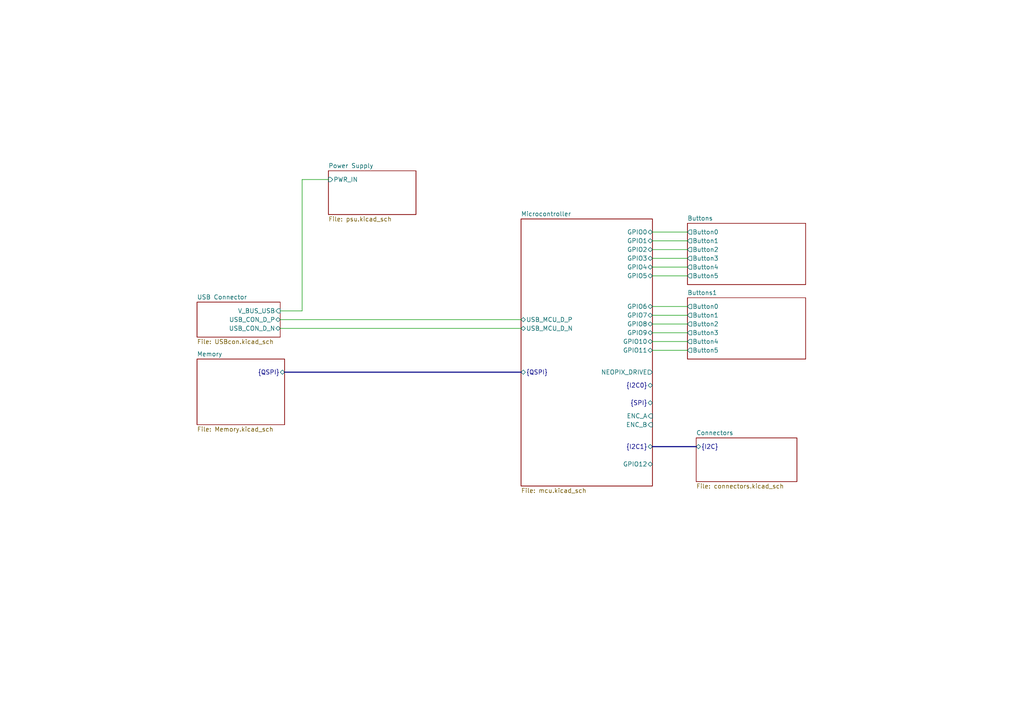
<source format=kicad_sch>
(kicad_sch (version 20230121) (generator eeschema)
  (paper "A4")
  (title_block (title "Programmable Keyboard") (date "2023-10-14") (rev "1.0") (company "Kallio Designs Oy") (comment 1 "TL, NH") (comment 2 "ASSEMBLY_PN") (comment 3 "PCB_PN"))
  (lib_symbols)
  (bus_alias "I2C" (members "SDA" "SCL"))
  (wire (pts (xy 189.23 93.98) (xy 199.39 93.98)))
  (wire (pts (xy 189.23 88.9) (xy 199.39 88.9)))
  (bus (pts (xy 189.23 129.54) (xy 201.93 129.54)))
  (wire (pts (xy 81.28 95.25) (xy 151.13 95.25)))
  (wire (pts (xy 87.63 52.07) (xy 95.25 52.07)))
  (wire (pts (xy 81.28 92.71) (xy 151.13 92.71)))
  (wire (pts (xy 81.28 90.17) (xy 87.63 90.17)))
  (wire (pts (xy 189.23 80.01) (xy 199.39 80.01)))
  (wire (pts (xy 189.23 99.06) (xy 199.39 99.06)))
  (wire (pts (xy 87.63 90.17) (xy 87.63 52.07)))
  (wire (pts (xy 189.23 77.47) (xy 199.39 77.47)))
  (wire (pts (xy 189.23 96.52) (xy 199.39 96.52)))
  (wire (pts (xy 189.23 101.6) (xy 199.39 101.6)))
  (wire (pts (xy 189.23 69.85) (xy 199.39 69.85)))
  (wire (pts (xy 189.23 67.31) (xy 199.39 67.31)))
  (wire (pts (xy 189.23 72.39) (xy 199.39 72.39)))
  (wire (pts (xy 189.23 74.93) (xy 199.39 74.93)))
  (bus (pts (xy 82.55 107.95) (xy 151.13 107.95)))
  (wire (pts (xy 189.23 91.44) (xy 199.39 91.44)))
  (sheet (at 201.93 127) (size 29.21 12.7) (stroke (width 0.1524))
    (property "Sheetname" "Connectors" (at 201.93 126.2884 0) (effects (justify left bottom)))
    (property "Sheetfile" "connectors.kicad_sch" (at 201.93 140.2846 0) (effects (justify left top)))
    (pin "{I2C}" bidirectional (at 201.93 129.54 180))
  )
  (sheet (at 57.15 87.63) (size 24.13 10.16) (stroke (width 0.1524))
    (property "Sheetname" "USB Connector" (at 57.15 86.9184 0) (effects (justify left bottom)))
    (property "Sheetfile" "USBcon.kicad_sch" (at 57.15 98.3746 0) (effects (justify left top)))
    (pin "V_BUS_USB" input (at 81.28 90.17 0))
    (pin "USB_CON_D_P" bidirectional (at 81.28 92.71 0))
    (pin "USB_CON_D_N" bidirectional (at 81.28 95.25 0))
  )
  (sheet (at 199.39 64.77) (size 34.29 17.78) (stroke (width 0.1524))
    (property "Sheetname" "Buttons" (at 199.39 64.0584 0) (effects (justify left bottom)))
    (property "Sheetfile" "buttons.kicad_sch" (effects hide))
    (pin "Button1" output (at 199.39 69.85 180))
    (pin "Button4" output (at 199.39 77.47 180))
    (pin "Button0" output (at 199.39 67.31 180))
    (pin "Button3" output (at 199.39 74.93 180))
    (pin "Button5" output (at 199.39 80.01 180))
    (pin "Button2" output (at 199.39 72.39 180))
  )
  (sheet (at 95.25 49.53) (size 25.4 12.7) (stroke (width 0.1524))
    (property "Sheetname" "Power Supply" (at 95.25 48.8184 0) (effects (justify left bottom)))
    (property "Sheetfile" "psu.kicad_sch" (at 95.25 62.8146 0) (effects (justify left top)))
    (pin "PWR_IN" input (at 95.25 52.07 180))
  )
  (sheet (at 151.13 63.5) (size 38.1 77.47) (stroke (width 0.1524))
    (property "Sheetname" "Microcontroller" (at 151.13 62.7884 0) (effects (justify left bottom)))
    (property "Sheetfile" "mcu.kicad_sch" (at 151.13 141.5546 0) (effects (justify left top)))
    (pin "{QSPI}" bidirectional (at 151.13 107.95 180))
    (pin "USB_MCU_D_N" bidirectional (at 151.13 95.25 180))
    (pin "USB_MCU_D_P" bidirectional (at 151.13 92.71 180))
    (pin "GPIO1" bidirectional (at 189.23 69.85 0))
    (pin "GPIO0" bidirectional (at 189.23 67.31 0))
    (pin "GPIO2" bidirectional (at 189.23 72.39 0))
    (pin "{I2C0}" bidirectional (at 189.23 111.76 0))
    (pin "{SPI}" bidirectional (at 189.23 116.84 0))
    (pin "GPIO11" bidirectional (at 189.23 101.6 0))
    (pin "GPIO12" bidirectional (at 189.23 134.62 0))
    (pin "GPIO10" bidirectional (at 189.23 99.06 0))
    (pin "NEOPIX_DRIVE" output (at 189.23 107.95 0))
    (pin "GPIO5" bidirectional (at 189.23 80.01 0))
    (pin "GPIO4" bidirectional (at 189.23 77.47 0))
    (pin "GPIO3" bidirectional (at 189.23 74.93 0))
    (pin "GPIO6" bidirectional (at 189.23 88.9 0))
    (pin "GPIO8" bidirectional (at 189.23 93.98 0))
    (pin "GPIO7" bidirectional (at 189.23 91.44 0))
    (pin "ENC_A" input (at 189.23 120.65 0))
    (pin "ENC_B" input (at 189.23 123.19 0))
    (pin "GPIO9" bidirectional (at 189.23 96.52 0))
    (pin "{I2C1}" bidirectional (at 189.23 129.54 0))
  )
  (sheet (at 199.39 86.36) (size 34.29 17.78) (stroke (width 0.1524))
    (property "Sheetname" "Buttons1" (at 199.39 85.6484 0) (effects (justify left bottom)))
    (property "Sheetfile" "buttons.kicad_sch" (effects hide))
    (pin "Button1" output (at 199.39 91.44 180))
    (pin "Button4" output (at 199.39 99.06 180))
    (pin "Button0" output (at 199.39 88.9 180))
    (pin "Button3" output (at 199.39 96.52 180))
    (pin "Button5" output (at 199.39 101.6 180))
    (pin "Button2" output (at 199.39 93.98 180))
  )
  (sheet (at 57.15 104.14) (size 25.4 19.05) (stroke (width 0.1524))
    (property "Sheetname" "Memory" (at 57.15 103.4284 0) (effects (justify left bottom)))
    (property "Sheetfile" "Memory.kicad_sch" (at 57.15 123.7746 0) (effects (justify left top)))
    (pin "{QSPI}" bidirectional (at 82.55 107.95 0))
  )
)
</source>
